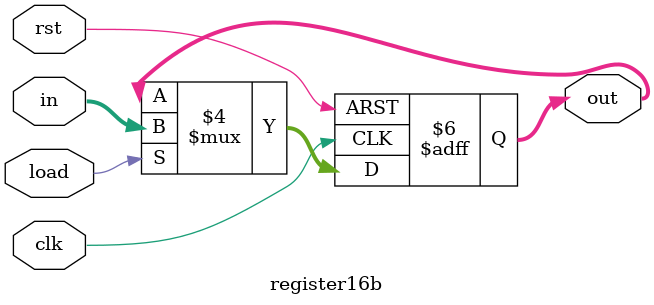
<source format=v>
`timescale 1ns / 1ps
module register16b(out,in,clk,load,rst
    );
	 
	 output reg [15:0] out;
	 input [15:0] in;
	 input load,rst,clk;
	 
	 always@(posedge clk or negedge rst)
	 begin
		if(rst==0)
			out <= 0;
		else if (load==1)
			out <= in;
	 
	 
	 end
	 
	 
	 


endmodule


</source>
